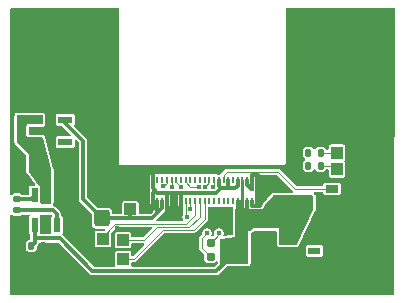
<source format=gbr>
%TF.GenerationSoftware,KiCad,Pcbnew,9.0.0*%
%TF.CreationDate,2025-04-09T13:07:37+02:00*%
%TF.ProjectId,breakoutboard,62726561-6b6f-4757-9462-6f6172642e6b,rev?*%
%TF.SameCoordinates,Original*%
%TF.FileFunction,Copper,L1,Top*%
%TF.FilePolarity,Positive*%
%FSLAX46Y46*%
G04 Gerber Fmt 4.6, Leading zero omitted, Abs format (unit mm)*
G04 Created by KiCad (PCBNEW 9.0.0) date 2025-04-09 13:07:37*
%MOMM*%
%LPD*%
G01*
G04 APERTURE LIST*
G04 Aperture macros list*
%AMRoundRect*
0 Rectangle with rounded corners*
0 $1 Rounding radius*
0 $2 $3 $4 $5 $6 $7 $8 $9 X,Y pos of 4 corners*
0 Add a 4 corners polygon primitive as box body*
4,1,4,$2,$3,$4,$5,$6,$7,$8,$9,$2,$3,0*
0 Add four circle primitives for the rounded corners*
1,1,$1+$1,$2,$3*
1,1,$1+$1,$4,$5*
1,1,$1+$1,$6,$7*
1,1,$1+$1,$8,$9*
0 Add four rect primitives between the rounded corners*
20,1,$1+$1,$2,$3,$4,$5,0*
20,1,$1+$1,$4,$5,$6,$7,0*
20,1,$1+$1,$6,$7,$8,$9,0*
20,1,$1+$1,$8,$9,$2,$3,0*%
G04 Aperture macros list end*
%TA.AperFunction,ComponentPad*%
%ADD10R,1.000000X1.000000*%
%TD*%
%TA.AperFunction,SMDPad,CuDef*%
%ADD11RoundRect,0.135000X-0.135000X-0.185000X0.135000X-0.185000X0.135000X0.185000X-0.135000X0.185000X0*%
%TD*%
%TA.AperFunction,SMDPad,CuDef*%
%ADD12R,1.050000X0.600000*%
%TD*%
%TA.AperFunction,SMDPad,CuDef*%
%ADD13R,1.200000X0.600000*%
%TD*%
%TA.AperFunction,SMDPad,CuDef*%
%ADD14RoundRect,0.160000X0.197500X0.160000X-0.197500X0.160000X-0.197500X-0.160000X0.197500X-0.160000X0*%
%TD*%
%TA.AperFunction,ComponentPad*%
%ADD15C,3.000000*%
%TD*%
%TA.AperFunction,SMDPad,CuDef*%
%ADD16RoundRect,0.140000X-0.140000X-0.170000X0.140000X-0.170000X0.140000X0.170000X-0.140000X0.170000X0*%
%TD*%
%TA.AperFunction,SMDPad,CuDef*%
%ADD17RoundRect,0.250000X0.425000X-0.450000X0.425000X0.450000X-0.425000X0.450000X-0.425000X-0.450000X0*%
%TD*%
%TA.AperFunction,SMDPad,CuDef*%
%ADD18RoundRect,0.225000X-0.225000X-0.250000X0.225000X-0.250000X0.225000X0.250000X-0.225000X0.250000X0*%
%TD*%
%TA.AperFunction,SMDPad,CuDef*%
%ADD19RoundRect,0.140000X0.170000X-0.140000X0.170000X0.140000X-0.170000X0.140000X-0.170000X-0.140000X0*%
%TD*%
%TA.AperFunction,SMDPad,CuDef*%
%ADD20R,0.220000X0.550000*%
%TD*%
%TA.AperFunction,SMDPad,CuDef*%
%ADD21R,0.600000X1.200000*%
%TD*%
%TA.AperFunction,SMDPad,CuDef*%
%ADD22R,1.100000X0.650000*%
%TD*%
%TA.AperFunction,ViaPad*%
%ADD23C,0.400000*%
%TD*%
%TA.AperFunction,Conductor*%
%ADD24C,0.300000*%
%TD*%
%TA.AperFunction,Conductor*%
%ADD25C,0.120000*%
%TD*%
%TA.AperFunction,Conductor*%
%ADD26C,0.250000*%
%TD*%
G04 APERTURE END LIST*
D10*
%TO.P,,1*%
%TO.N,+3.3V*%
X157300000Y-102000000D03*
%TD*%
%TO.P,,1*%
%TO.N,+5V*%
X143900000Y-101600000D03*
%TD*%
D11*
%TO.P,REF\u002A\u002A,1*%
%TO.N,TXO*%
X158990000Y-97900000D03*
%TO.P,REF\u002A\u002A,2*%
%TO.N,txout*%
X160010000Y-97900000D03*
%TD*%
%TO.P,REF\u002A\u002A,1*%
%TO.N,RX0*%
X158990000Y-96800000D03*
%TO.P,REF\u002A\u002A,2*%
%TO.N,rxout*%
X160010000Y-96800000D03*
%TD*%
D10*
%TO.P,,1*%
%TO.N,rxout*%
X161400000Y-96800000D03*
%TD*%
%TO.P,,1*%
%TO.N,txout*%
X161400000Y-98200000D03*
%TD*%
D12*
%TO.P,D1,1,K1*%
%TO.N,+3.3V*%
X157300000Y-104150000D03*
%TO.P,D1,2,K2*%
%TO.N,GND*%
X157300000Y-106050000D03*
%TO.P,D1,3,CA*%
%TO.N,unconnected-(D1-CA-Pad3)*%
X159500000Y-105100000D03*
%TD*%
D13*
%TO.P,IC2,1,VIN*%
%TO.N,Net-(IC1-VOUT)*%
X135900000Y-94000000D03*
%TO.P,IC2,2,GND*%
%TO.N,GND*%
X135900000Y-94950000D03*
%TO.P,IC2,3,ON/~{OFF}*%
%TO.N,Net-(IC1-VOUT)*%
X135900000Y-95900000D03*
%TO.P,IC2,4,NC*%
%TO.N,unconnected-(IC2-NC-Pad4)*%
X138400000Y-95900000D03*
%TO.P,IC2,5,VOUT*%
%TO.N,+5V*%
X138400000Y-94000000D03*
%TD*%
D10*
%TO.P,REF\u002A\u002A,1*%
%TO.N,GPIO3*%
X141600000Y-104100000D03*
%TD*%
D14*
%TO.P,R2,1*%
%TO.N,+3.3V*%
X151897500Y-105600000D03*
%TO.P,R2,2*%
%TO.N,I2C_SDA*%
X150702500Y-105600000D03*
%TD*%
D15*
%TO.P,,1*%
%TO.N,GND*%
X158700000Y-94450000D03*
%TD*%
%TO.P,,1*%
%TO.N,GND*%
X141300000Y-94450000D03*
%TD*%
D16*
%TO.P,C3,1*%
%TO.N,+3.3V*%
X135520000Y-104700000D03*
%TO.P,C3,2*%
%TO.N,GND*%
X136480000Y-104700000D03*
%TD*%
D10*
%TO.P,REF\u002A\u002A,1*%
%TO.N,GPIO2*%
X143300000Y-104200000D03*
%TD*%
D17*
%TO.P,C2,1*%
%TO.N,+5V*%
X141500000Y-102350000D03*
%TO.P,C2,2*%
%TO.N,GND*%
X141500000Y-99650000D03*
%TD*%
D18*
%TO.P,C5,1*%
%TO.N,Net-(IC1-VOUT)*%
X136625000Y-98600000D03*
%TO.P,C5,2*%
%TO.N,GND*%
X138175000Y-98600000D03*
%TD*%
D19*
%TO.P,C4,1*%
%TO.N,Net-(IC1-C-)*%
X134300000Y-101680000D03*
%TO.P,C4,2*%
%TO.N,Net-(IC1-C+)*%
X134300000Y-100720000D03*
%TD*%
D15*
%TO.P,,1*%
%TO.N,GND*%
X158700000Y-87450000D03*
%TD*%
D14*
%TO.P,R1,1*%
%TO.N,+3.3V*%
X151897500Y-104400000D03*
%TO.P,R1,2*%
%TO.N,I2C_SCL*%
X150702500Y-104400000D03*
%TD*%
D20*
%TO.P,J1,1,1*%
%TO.N,+5V*%
X146200000Y-100925000D03*
%TO.P,J1,2,2*%
%TO.N,DAT10*%
X146200000Y-99075000D03*
%TO.P,J1,3,3*%
%TO.N,+5V*%
X146600000Y-100925000D03*
%TO.P,J1,4,4*%
%TO.N,DAT9*%
X146600000Y-99075000D03*
%TO.P,J1,5,5*%
%TO.N,GND*%
X147000000Y-100925000D03*
%TO.P,J1,6,6*%
%TO.N,SPI_CS{slash}DAT14*%
X147000000Y-99075000D03*
%TO.P,J1,7,7*%
%TO.N,GND*%
X147400000Y-100925000D03*
%TO.P,J1,8,8*%
%TO.N,SPI_MOSI{slash}DAT13*%
X147400000Y-99075000D03*
%TO.P,J1,9,9*%
%TO.N,GND*%
X147800000Y-100925000D03*
%TO.P,J1,10,10*%
%TO.N,SPI_CLK{slash}DAT15*%
X147800000Y-99075000D03*
%TO.P,J1,11,11*%
%TO.N,GND*%
X148200000Y-100925000D03*
%TO.P,J1,12,12*%
%TO.N,DAT11*%
X148200000Y-99075000D03*
%TO.P,J1,13,13*%
%TO.N,RX0*%
X148600000Y-100925000D03*
%TO.P,J1,14,14*%
%TO.N,SPI_MISO{slash}DAT12*%
X148600000Y-99075000D03*
%TO.P,J1,15,15*%
%TO.N,TXO*%
X149000000Y-100925000D03*
%TO.P,J1,16,16*%
%TO.N,PIXCLK*%
X149000000Y-99075000D03*
%TO.P,J1,17,17*%
%TO.N,GPIO3*%
X149400000Y-100925000D03*
%TO.P,J1,18,18*%
%TO.N,DAT8*%
X149400000Y-99075000D03*
%TO.P,J1,19,19*%
%TO.N,GPIO2*%
X149800000Y-100925000D03*
%TO.P,J1,20,20*%
%TO.N,VSYNC*%
X149800000Y-99075000D03*
%TO.P,J1,21,21*%
%TO.N,GPIO1*%
X150200000Y-100925000D03*
%TO.P,J1,22,22*%
%TO.N,HSYNC*%
X150200000Y-99075000D03*
%TO.P,J1,23,23*%
%TO.N,unconnected-(J1-Pad23)*%
X150600000Y-100925000D03*
%TO.P,J1,24,24*%
%TO.N,I2C_SDA*%
X150600000Y-99075000D03*
%TO.P,J1,25,25*%
%TO.N,unconnected-(J1-Pad25)*%
X151000000Y-100925000D03*
%TO.P,J1,26,26*%
%TO.N,I2C_SCL*%
X151000000Y-99075000D03*
%TO.P,J1,27,27*%
%TO.N,unconnected-(J1-Pad27)*%
X151400000Y-100925000D03*
%TO.P,J1,28,28*%
%TO.N,GND*%
X151400000Y-99075000D03*
%TO.P,J1,29,29*%
%TO.N,unconnected-(J1-Pad29)*%
X151800000Y-100925000D03*
%TO.P,J1,30,30*%
%TO.N,NRST*%
X151800000Y-99075000D03*
%TO.P,J1,31,31*%
%TO.N,unconnected-(J1-Pad31)*%
X152200000Y-100925000D03*
%TO.P,J1,32,32*%
%TO.N,GND*%
X152200000Y-99075000D03*
%TO.P,J1,33,33*%
%TO.N,unconnected-(J1-Pad33)*%
X152600000Y-100925000D03*
%TO.P,J1,34,34*%
%TO.N,unconnected-(J1-Pad34)*%
X152600000Y-99075000D03*
%TO.P,J1,35,35*%
%TO.N,+3.3V*%
X153000000Y-100925000D03*
%TO.P,J1,36,36*%
%TO.N,GND*%
X153000000Y-99075000D03*
%TO.P,J1,37,37*%
%TO.N,+3.3V*%
X153400000Y-100925000D03*
%TO.P,J1,38,38*%
X153400000Y-99075000D03*
%TO.P,J1,39,39*%
X153800000Y-100925000D03*
%TO.P,J1,40,40*%
%TO.N,GND*%
X153800000Y-99075000D03*
%TO.P,J1,41,MP1*%
X145800000Y-100925000D03*
%TO.P,J1,42,MP2*%
X145800000Y-99075000D03*
%TO.P,J1,43,MP3*%
X154200000Y-100925000D03*
%TO.P,J1,44,MP4*%
X154200000Y-99075000D03*
%TD*%
D21*
%TO.P,IC1,1,VIN*%
%TO.N,+3.3V*%
X135800000Y-102900000D03*
%TO.P,IC1,2,GND*%
%TO.N,GND*%
X136750000Y-102900000D03*
%TO.P,IC1,3,C-*%
%TO.N,Net-(IC1-C-)*%
X137700000Y-102900000D03*
%TO.P,IC1,4,SHDN*%
%TO.N,GND*%
X137700000Y-100400000D03*
%TO.P,IC1,5,VOUT*%
%TO.N,Net-(IC1-VOUT)*%
X136750000Y-100400000D03*
%TO.P,IC1,6,C+*%
%TO.N,Net-(IC1-C+)*%
X135800000Y-100400000D03*
%TD*%
D10*
%TO.P,REF\u002A\u002A,1*%
%TO.N,GPIO1*%
X143300000Y-105800000D03*
%TD*%
D18*
%TO.P,C1,1*%
%TO.N,+3.3V*%
X153325000Y-104000000D03*
%TO.P,C1,2*%
%TO.N,GND*%
X154875000Y-104000000D03*
%TD*%
D22*
%TO.P,IC3,1,GND*%
%TO.N,GND*%
X161000000Y-101750000D03*
%TO.P,IC3,2,~{RESET}*%
%TO.N,NRST*%
X161000000Y-99850000D03*
%TO.P,IC3,3,VCC*%
%TO.N,+3.3V*%
X158800000Y-100800000D03*
%TD*%
D18*
%TO.P,C6,1*%
%TO.N,+3.3V*%
X153325000Y-105500000D03*
%TO.P,C6,2*%
%TO.N,GND*%
X154875000Y-105500000D03*
%TD*%
D15*
%TO.P,,1*%
%TO.N,GND*%
X141300000Y-87450000D03*
%TD*%
D23*
%TO.N,GND*%
X145500000Y-108200000D03*
X144700000Y-108200000D03*
X154300000Y-108200000D03*
X155100000Y-108200000D03*
X155100000Y-106800000D03*
X154300000Y-106800000D03*
X145100000Y-107475000D03*
X154700000Y-107475000D03*
X144900000Y-101700000D03*
X162200000Y-92500000D03*
X161900000Y-89000000D03*
X137700000Y-90100000D03*
X137600000Y-87200000D03*
X160100000Y-95900000D03*
X162400000Y-97400000D03*
X159500000Y-98600000D03*
X158100000Y-99100000D03*
X157500000Y-97500000D03*
%TO.N,TXO*%
X158990000Y-97900000D03*
%TO.N,RX0*%
X158990000Y-96800000D03*
X148700000Y-102200000D03*
%TO.N,TXO*%
X149000000Y-101600000D03*
%TO.N,GND*%
X159900000Y-100400000D03*
X156000000Y-103700000D03*
X153500000Y-106600000D03*
X165900000Y-85000000D03*
X154900000Y-100900000D03*
X165700000Y-108400000D03*
X140200000Y-102200000D03*
X134400000Y-97200000D03*
X146500000Y-107500000D03*
X144300000Y-104800000D03*
X134100000Y-85000000D03*
X138600000Y-106000000D03*
X137200000Y-94900000D03*
X151700000Y-101700000D03*
X140700000Y-107400000D03*
X157500000Y-85000000D03*
X165900000Y-94800000D03*
X134300000Y-102800000D03*
X146100000Y-104900000D03*
X146000000Y-100000000D03*
X139300000Y-99600000D03*
X154200000Y-99900000D03*
X147900000Y-104900000D03*
X161900000Y-85000000D03*
X134400000Y-99400000D03*
X139100000Y-101900000D03*
X142600000Y-85000000D03*
X156900000Y-100000000D03*
X142800000Y-103200000D03*
X141500000Y-98100000D03*
X144600000Y-103400000D03*
X146700000Y-98200000D03*
X138700000Y-100400000D03*
X134100000Y-108500000D03*
X140000000Y-103900000D03*
X165900000Y-98800000D03*
X143600000Y-107300000D03*
X142800000Y-101600000D03*
X145100000Y-100900000D03*
X151100000Y-107300000D03*
X155700000Y-104700000D03*
X143100000Y-99700000D03*
X152400000Y-103600000D03*
X140800000Y-105700000D03*
X162300000Y-101800000D03*
X160600000Y-108400000D03*
X144700000Y-98200000D03*
X137400000Y-104700000D03*
X161100000Y-101000000D03*
X165900000Y-89700000D03*
X156300000Y-108400000D03*
X149500000Y-105800000D03*
X165800000Y-103500000D03*
X142200000Y-105200000D03*
X134500000Y-93200000D03*
X154800000Y-99300000D03*
X160800000Y-102800000D03*
X148800000Y-98200000D03*
X155300000Y-99900000D03*
X146500000Y-102400000D03*
X152200000Y-99800000D03*
X138000000Y-97300000D03*
X145100000Y-99000000D03*
X151600000Y-99800000D03*
%TO.N,+3.3V*%
X153400000Y-103800000D03*
X153400000Y-103100000D03*
%TO.N,I2C_SDA*%
X150400000Y-103600000D03*
X150200000Y-99700000D03*
%TO.N,SPI_CLK{slash}DAT15*%
X148200000Y-99700000D03*
%TO.N,SPI_CS{slash}DAT14*%
X146700000Y-99650002D03*
%TO.N,I2C_SCL*%
X151400000Y-103600000D03*
X150900000Y-99700000D03*
%TO.N,SPI_MISO{slash}DAT12*%
X149700000Y-99700000D03*
%TO.N,SPI_MOSI{slash}DAT13*%
X147400000Y-99700000D03*
%TD*%
D24*
%TO.N,GND*%
X154200000Y-98711000D02*
X154200000Y-99075000D01*
X154711000Y-98711000D02*
X154200000Y-98711000D01*
X154800000Y-98800000D02*
X154711000Y-98711000D01*
X154800000Y-99300000D02*
X154800000Y-98800000D01*
X152200000Y-99800000D02*
X152200000Y-99075000D01*
X152200000Y-99800000D02*
X151600000Y-99800000D01*
X152200000Y-99800000D02*
X152800000Y-99800000D01*
X153000000Y-99600000D02*
X153000000Y-99075000D01*
X152800000Y-99800000D02*
X153000000Y-99600000D01*
%TO.N,+5V*%
X143900000Y-102350000D02*
X141500000Y-102350000D01*
X143900000Y-102350000D02*
X143900000Y-101600000D01*
D25*
%TO.N,NRST*%
X156400000Y-98400000D02*
X157850000Y-99850000D01*
X152080000Y-98400000D02*
X156400000Y-98400000D01*
X157850000Y-99850000D02*
X161000000Y-99850000D01*
X151800000Y-98680000D02*
X152080000Y-98400000D01*
X151800000Y-99075000D02*
X151800000Y-98680000D01*
%TO.N,txout*%
X161100000Y-97900000D02*
X161400000Y-98200000D01*
X160010000Y-97900000D02*
X161100000Y-97900000D01*
%TO.N,rxout*%
X160010000Y-96800000D02*
X161400000Y-96800000D01*
%TO.N,RX0*%
X148600000Y-102100000D02*
X148700000Y-102200000D01*
X148600000Y-100925000D02*
X148600000Y-102100000D01*
%TO.N,TXO*%
X149000000Y-101600000D02*
X149000000Y-100925000D01*
%TO.N,GPIO3*%
X141600000Y-103900000D02*
X141600000Y-104100000D01*
X142300000Y-103200000D02*
X141600000Y-103900000D01*
X148661000Y-102839000D02*
X142650468Y-102839000D01*
X142300000Y-103189468D02*
X142300000Y-103200000D01*
X149400000Y-102100000D02*
X148661000Y-102839000D01*
X149400000Y-100925000D02*
X149400000Y-102100000D01*
X142650468Y-102839000D02*
X142300000Y-103189468D01*
%TO.N,GPIO2*%
X148900000Y-103100000D02*
X149800000Y-102200000D01*
X149800000Y-102200000D02*
X149800000Y-100925000D01*
X146200000Y-103100000D02*
X148900000Y-103100000D01*
X145100000Y-104200000D02*
X146200000Y-103100000D01*
X143300000Y-104200000D02*
X145100000Y-104200000D01*
%TO.N,GPIO1*%
X150200000Y-102400000D02*
X150200000Y-100925000D01*
X149279000Y-103321000D02*
X150200000Y-102400000D01*
X146679000Y-103321000D02*
X149279000Y-103321000D01*
X144200000Y-105800000D02*
X146679000Y-103321000D01*
X143300000Y-105800000D02*
X144200000Y-105800000D01*
D24*
%TO.N,GND*%
X148200000Y-100200000D02*
X151200000Y-100200000D01*
X151200000Y-100200000D02*
X151600000Y-99800000D01*
D25*
%TO.N,I2C_SCL*%
X151000000Y-99600000D02*
X151000000Y-99075000D01*
X150900000Y-99700000D02*
X151000000Y-99600000D01*
%TO.N,I2C_SDA*%
X150600000Y-99300000D02*
X150600000Y-99075000D01*
X150200000Y-99700000D02*
X150600000Y-99300000D01*
%TO.N,SPI_MISO{slash}DAT12*%
X149000000Y-99700000D02*
X148600000Y-99300000D01*
X149700000Y-99700000D02*
X149000000Y-99700000D01*
X148600000Y-99300000D02*
X148600000Y-99075000D01*
D24*
%TO.N,GND*%
X147800000Y-100925000D02*
X147800000Y-100200000D01*
X147800000Y-100200000D02*
X147400000Y-100200000D01*
X147400000Y-100200000D02*
X147000000Y-100200000D01*
X147400000Y-100925000D02*
X147400000Y-100200000D01*
X147000000Y-100925000D02*
X147000000Y-100200000D01*
X147000000Y-100200000D02*
X146200000Y-100200000D01*
X146200000Y-100200000D02*
X146000000Y-100000000D01*
X148200000Y-100200000D02*
X147800000Y-100200000D01*
X148200000Y-100925000D02*
X148200000Y-100200000D01*
D25*
%TO.N,SPI_MOSI{slash}DAT13*%
X147400000Y-99700000D02*
X147400000Y-99075000D01*
%TO.N,SPI_CS{slash}DAT14*%
X147000000Y-99350002D02*
X147000000Y-99075000D01*
X146700000Y-99650002D02*
X147000000Y-99350002D01*
%TO.N,SPI_CLK{slash}DAT15*%
X147800000Y-99300000D02*
X147800000Y-99075000D01*
X148200000Y-99700000D02*
X147800000Y-99300000D01*
D24*
%TO.N,GND*%
X147000000Y-100925000D02*
X147000000Y-101900000D01*
X145800000Y-100925000D02*
X145800000Y-101600000D01*
X145800000Y-100200000D02*
X146000000Y-100000000D01*
X154200000Y-101299000D02*
X154899000Y-101299000D01*
X148200000Y-101700000D02*
X148200000Y-101900000D01*
X148200000Y-100925000D02*
X148200000Y-101700000D01*
X145100000Y-100900000D02*
X145800000Y-101600000D01*
X153800000Y-99075000D02*
X153800000Y-99500000D01*
X145800000Y-99800000D02*
X146000000Y-100000000D01*
X145100000Y-99000000D02*
X145800000Y-98300000D01*
X154899000Y-101299000D02*
X154900000Y-101300000D01*
X145800000Y-100925000D02*
X145800000Y-100200000D01*
X151400000Y-99075000D02*
X151400000Y-99600000D01*
X147800000Y-100925000D02*
X147800000Y-101900000D01*
X154200000Y-99900000D02*
X154200000Y-99075000D01*
X147400000Y-100925000D02*
X147400000Y-101900000D01*
X154200000Y-100925000D02*
X154200000Y-101299000D01*
X151400000Y-99600000D02*
X151600000Y-99800000D01*
X147000000Y-101900000D02*
X148200000Y-101900000D01*
X153800000Y-99500000D02*
X154200000Y-99900000D01*
X154900000Y-101300000D02*
X154900000Y-100900000D01*
X145800000Y-99075000D02*
X145800000Y-99800000D01*
X145800000Y-99075000D02*
X145800000Y-98300000D01*
%TO.N,+5V*%
X146600000Y-100925000D02*
X146600000Y-101500000D01*
X138400000Y-94000000D02*
X138400000Y-94300000D01*
X138400000Y-94300000D02*
X139900000Y-95800000D01*
X146200000Y-101900000D02*
X145750000Y-102350000D01*
X139900000Y-95800000D02*
X139900000Y-100750000D01*
X146200000Y-100925000D02*
X146200000Y-101900000D01*
X145750000Y-102350000D02*
X143900000Y-102350000D01*
X139900000Y-100750000D02*
X141500000Y-102350000D01*
X146600000Y-101500000D02*
X145750000Y-102350000D01*
%TO.N,+3.3V*%
X135800000Y-102900000D02*
X135800000Y-103900000D01*
X137951000Y-104051000D02*
X140700000Y-106800000D01*
X153400000Y-100925000D02*
X153400000Y-102100000D01*
X153000000Y-101700000D02*
X153000000Y-100925000D01*
X135800000Y-103900000D02*
X135800000Y-104420000D01*
X153800000Y-101700000D02*
X153400000Y-102100000D01*
X140700000Y-106800000D02*
X151200000Y-106800000D01*
X151897500Y-106102500D02*
X151897500Y-105600000D01*
D26*
X153400000Y-100925000D02*
X153400000Y-99075000D01*
D24*
X151200000Y-106800000D02*
X151897500Y-106102500D01*
X135951000Y-104051000D02*
X137951000Y-104051000D01*
X153400000Y-102100000D02*
X153000000Y-101700000D01*
X135800000Y-104420000D02*
X135520000Y-104700000D01*
X155200000Y-101700000D02*
X153800000Y-101700000D01*
X135800000Y-103900000D02*
X135951000Y-104051000D01*
X153800000Y-100925000D02*
X153800000Y-101700000D01*
%TO.N,Net-(IC1-C+)*%
X135480000Y-100720000D02*
X135800000Y-100400000D01*
X134300000Y-100720000D02*
X135480000Y-100720000D01*
%TO.N,Net-(IC1-C-)*%
X137700000Y-102000000D02*
X137700000Y-102900000D01*
X137380000Y-101680000D02*
X137700000Y-102000000D01*
X134300000Y-101680000D02*
X137380000Y-101680000D01*
D25*
%TO.N,I2C_SDA*%
X150000000Y-104897500D02*
X150000000Y-104000000D01*
X150000000Y-104000000D02*
X150400000Y-103600000D01*
X150702500Y-105600000D02*
X150000000Y-104897500D01*
%TO.N,I2C_SCL*%
X151400000Y-103702500D02*
X150702500Y-104400000D01*
X151400000Y-103600000D02*
X151400000Y-103702500D01*
%TD*%
%TA.AperFunction,Conductor*%
%TO.N,Net-(IC1-VOUT)*%
G36*
X134447273Y-93600500D02*
G01*
X134552727Y-93600500D01*
X134554593Y-93600000D01*
X136426000Y-93600000D01*
X136478326Y-93621674D01*
X136500000Y-93674000D01*
X136500000Y-94326000D01*
X136478326Y-94378326D01*
X136426000Y-94400000D01*
X135200000Y-94400000D01*
X135200000Y-94436125D01*
X135178326Y-94488451D01*
X135167113Y-94497653D01*
X135155449Y-94505446D01*
X135111133Y-94571767D01*
X135099500Y-94630253D01*
X135099500Y-95269746D01*
X135111133Y-95328232D01*
X135140608Y-95372343D01*
X135155448Y-95394552D01*
X135167113Y-95402346D01*
X135198578Y-95449438D01*
X135200000Y-95463874D01*
X135200000Y-95500000D01*
X136442738Y-95500000D01*
X136495064Y-95521674D01*
X136514370Y-95555429D01*
X137197632Y-98190866D01*
X137200000Y-98209437D01*
X137200000Y-99771536D01*
X137199644Y-99778783D01*
X137199500Y-99780246D01*
X137199500Y-101023384D01*
X137197992Y-101023384D01*
X137182967Y-101072938D01*
X137133021Y-101099643D01*
X137125758Y-101100000D01*
X136374242Y-101100000D01*
X136321916Y-101078326D01*
X136300242Y-101026000D01*
X136300500Y-101020751D01*
X136300500Y-99780253D01*
X136300208Y-99778783D01*
X136288867Y-99721769D01*
X136244552Y-99655448D01*
X136222568Y-99640759D01*
X136172171Y-99607083D01*
X136172659Y-99606351D01*
X136147258Y-99586162D01*
X135313784Y-98419297D01*
X135300000Y-98376285D01*
X135300000Y-96900000D01*
X134321674Y-95921674D01*
X134300000Y-95869348D01*
X134300000Y-93674000D01*
X134321674Y-93621674D01*
X134374000Y-93600000D01*
X134445407Y-93600000D01*
X134447273Y-93600500D01*
G37*
%TD.AperFunction*%
%TD*%
%TA.AperFunction,Conductor*%
%TO.N,+3.3V*%
G36*
X153878326Y-101521674D02*
G01*
X153900000Y-101574000D01*
X153900000Y-102100000D01*
X153900000Y-103400000D01*
X153900000Y-106126000D01*
X153878326Y-106178326D01*
X153826000Y-106200000D01*
X153554593Y-106200000D01*
X153552727Y-106199500D01*
X153447273Y-106199500D01*
X153445407Y-106200000D01*
X151574000Y-106200000D01*
X151521674Y-106178326D01*
X151500000Y-106126000D01*
X151500000Y-104163485D01*
X151521674Y-104111159D01*
X151562746Y-104090346D01*
X152258762Y-103983267D01*
X152289155Y-103984927D01*
X152335975Y-103997472D01*
X152347272Y-104000500D01*
X152347273Y-104000500D01*
X152452726Y-104000500D01*
X152452727Y-104000500D01*
X152554587Y-103973207D01*
X152626275Y-103931817D01*
X152652010Y-103922767D01*
X152800000Y-103900000D01*
X152800000Y-103654593D01*
X152800500Y-103652727D01*
X152800500Y-103547273D01*
X152800000Y-103545406D01*
X152800000Y-101574000D01*
X152821674Y-101521674D01*
X152874000Y-101500000D01*
X153826000Y-101500000D01*
X153878326Y-101521674D01*
G37*
%TD.AperFunction*%
%TD*%
%TA.AperFunction,Conductor*%
%TO.N,GND*%
G36*
X142927826Y-84572174D02*
G01*
X142949500Y-84624500D01*
X142949500Y-97729936D01*
X142972413Y-97785251D01*
X143014749Y-97827587D01*
X143070064Y-97850500D01*
X156929935Y-97850500D01*
X156929936Y-97850500D01*
X156985251Y-97827587D01*
X157027587Y-97785251D01*
X157050500Y-97729936D01*
X157050500Y-96575685D01*
X158519500Y-96575685D01*
X158519500Y-97024314D01*
X158525931Y-97073171D01*
X158525932Y-97073173D01*
X158575935Y-97180404D01*
X158659596Y-97264065D01*
X158700059Y-97282933D01*
X158738322Y-97324690D01*
X158735852Y-97381274D01*
X158700059Y-97417066D01*
X158682882Y-97425076D01*
X158659595Y-97435935D01*
X158575935Y-97519595D01*
X158525931Y-97626828D01*
X158519500Y-97675685D01*
X158519500Y-98124314D01*
X158525931Y-98173171D01*
X158525932Y-98173173D01*
X158575935Y-98280404D01*
X158659596Y-98364065D01*
X158766827Y-98414068D01*
X158815684Y-98420500D01*
X158815686Y-98420500D01*
X159164314Y-98420500D01*
X159164316Y-98420500D01*
X159213173Y-98414068D01*
X159320404Y-98364065D01*
X159404065Y-98280404D01*
X159432933Y-98218495D01*
X159474690Y-98180232D01*
X159531273Y-98182702D01*
X159567067Y-98218496D01*
X159595933Y-98280402D01*
X159595935Y-98280404D01*
X159679596Y-98364065D01*
X159786827Y-98414068D01*
X159835684Y-98420500D01*
X159835686Y-98420500D01*
X160184314Y-98420500D01*
X160184316Y-98420500D01*
X160233173Y-98414068D01*
X160340404Y-98364065D01*
X160424065Y-98280404D01*
X160460054Y-98203226D01*
X160469758Y-98194334D01*
X160474795Y-98182174D01*
X160489821Y-98175949D01*
X160501812Y-98164963D01*
X160527121Y-98160500D01*
X160625500Y-98160500D01*
X160677826Y-98182174D01*
X160699500Y-98234500D01*
X160699500Y-98719748D01*
X160707255Y-98758736D01*
X160711133Y-98778232D01*
X160740608Y-98822343D01*
X160755448Y-98844552D01*
X160799560Y-98874027D01*
X160821767Y-98888866D01*
X160821768Y-98888866D01*
X160821769Y-98888867D01*
X160880252Y-98900500D01*
X160880254Y-98900500D01*
X161919746Y-98900500D01*
X161919748Y-98900500D01*
X161978231Y-98888867D01*
X162044552Y-98844552D01*
X162088867Y-98778231D01*
X162100500Y-98719748D01*
X162100500Y-97680252D01*
X162088867Y-97621769D01*
X162087529Y-97619767D01*
X162061962Y-97581504D01*
X162044552Y-97555448D01*
X162044548Y-97555445D01*
X162041429Y-97552326D01*
X162019755Y-97500000D01*
X162041429Y-97447674D01*
X162044545Y-97444556D01*
X162044552Y-97444552D01*
X162088867Y-97378231D01*
X162100500Y-97319748D01*
X162100500Y-96280252D01*
X162088867Y-96221769D01*
X162087515Y-96219746D01*
X162074027Y-96199560D01*
X162044552Y-96155448D01*
X162022343Y-96140608D01*
X161978232Y-96111133D01*
X161978233Y-96111133D01*
X161948989Y-96105316D01*
X161919748Y-96099500D01*
X160880252Y-96099500D01*
X160851010Y-96105316D01*
X160821767Y-96111133D01*
X160755449Y-96155447D01*
X160755447Y-96155449D01*
X160711133Y-96221767D01*
X160699500Y-96280253D01*
X160699500Y-96465500D01*
X160677826Y-96517826D01*
X160625500Y-96539500D01*
X160527121Y-96539500D01*
X160474795Y-96517826D01*
X160460054Y-96496774D01*
X160452933Y-96481504D01*
X160424065Y-96419596D01*
X160340404Y-96335935D01*
X160233173Y-96285932D01*
X160233171Y-96285931D01*
X160197178Y-96281193D01*
X160184316Y-96279500D01*
X159835684Y-96279500D01*
X159824318Y-96280996D01*
X159786828Y-96285931D01*
X159679595Y-96335935D01*
X159595935Y-96419595D01*
X159595935Y-96419596D01*
X159574530Y-96465500D01*
X159567067Y-96481504D01*
X159525309Y-96519767D01*
X159468726Y-96517297D01*
X159432933Y-96481504D01*
X159404065Y-96419596D01*
X159320404Y-96335935D01*
X159213173Y-96285932D01*
X159213171Y-96285931D01*
X159177178Y-96281193D01*
X159164316Y-96279500D01*
X158815684Y-96279500D01*
X158804318Y-96280996D01*
X158766828Y-96285931D01*
X158659595Y-96335935D01*
X158575935Y-96419595D01*
X158525931Y-96526828D01*
X158519500Y-96575685D01*
X157050500Y-96575685D01*
X157050500Y-84624500D01*
X157072174Y-84572174D01*
X157124500Y-84550500D01*
X166232672Y-84550500D01*
X166284998Y-84572174D01*
X166306672Y-84624500D01*
X166218153Y-106405408D01*
X166208519Y-108775801D01*
X166186633Y-108828038D01*
X166134520Y-108849500D01*
X133824500Y-108849500D01*
X133772174Y-108827826D01*
X133750500Y-108775500D01*
X133750500Y-102100692D01*
X133772174Y-102048366D01*
X133824500Y-102026692D01*
X133876826Y-102048366D01*
X133931684Y-102103224D01*
X134040513Y-102153972D01*
X134090099Y-102160500D01*
X134509900Y-102160499D01*
X134559487Y-102153972D01*
X134668316Y-102103224D01*
X134719366Y-102052174D01*
X134771692Y-102030500D01*
X135301745Y-102030500D01*
X135354071Y-102052174D01*
X135375745Y-102104500D01*
X135357659Y-102148161D01*
X135359497Y-102149389D01*
X135355448Y-102155447D01*
X135355448Y-102155448D01*
X135352073Y-102160499D01*
X135311133Y-102221767D01*
X135311133Y-102221769D01*
X135299500Y-102280252D01*
X135299500Y-103519748D01*
X135305084Y-103547822D01*
X135311133Y-103578232D01*
X135328737Y-103604577D01*
X135355448Y-103644552D01*
X135383985Y-103663620D01*
X135416613Y-103685422D01*
X135448078Y-103732514D01*
X135449500Y-103746950D01*
X135449500Y-104115500D01*
X135427826Y-104167826D01*
X135375502Y-104189500D01*
X135340100Y-104189500D01*
X135290514Y-104196027D01*
X135290512Y-104196028D01*
X135181683Y-104246776D01*
X135096776Y-104331683D01*
X135046027Y-104440514D01*
X135039500Y-104490100D01*
X135039500Y-104909899D01*
X135046027Y-104959485D01*
X135046028Y-104959487D01*
X135096776Y-105068316D01*
X135181684Y-105153224D01*
X135290513Y-105203972D01*
X135340099Y-105210500D01*
X135699900Y-105210499D01*
X135749487Y-105203972D01*
X135858316Y-105153224D01*
X135943224Y-105068316D01*
X135993972Y-104959487D01*
X136000500Y-104909901D01*
X136000499Y-104745833D01*
X136022173Y-104693508D01*
X136022174Y-104693508D01*
X136080464Y-104635218D01*
X136080464Y-104635217D01*
X136080470Y-104635212D01*
X136126614Y-104555288D01*
X136150500Y-104466144D01*
X136150500Y-104466139D01*
X136150540Y-104465841D01*
X136150618Y-104465705D01*
X136151756Y-104461459D01*
X136152893Y-104461763D01*
X136178859Y-104416792D01*
X136223907Y-104401500D01*
X137775166Y-104401500D01*
X137827492Y-104423174D01*
X140484788Y-107080470D01*
X140564712Y-107126614D01*
X140564713Y-107126614D01*
X140564715Y-107126615D01*
X140609284Y-107138557D01*
X140653853Y-107150499D01*
X140653854Y-107150500D01*
X140653856Y-107150500D01*
X151246146Y-107150500D01*
X151246146Y-107150499D01*
X151335288Y-107126614D01*
X151415212Y-107080470D01*
X152068508Y-106427174D01*
X152120834Y-106405500D01*
X153445413Y-106405500D01*
X153447823Y-106405342D01*
X153447827Y-106405408D01*
X153454054Y-106405000D01*
X153545946Y-106405000D01*
X153552172Y-106405408D01*
X153552177Y-106405342D01*
X153554587Y-106405500D01*
X153554593Y-106405500D01*
X153825998Y-106405500D01*
X153826000Y-106405500D01*
X153904641Y-106389857D01*
X153956967Y-106368183D01*
X154015261Y-106331555D01*
X154068183Y-106256967D01*
X154089857Y-106204641D01*
X154105500Y-106126000D01*
X154105500Y-103656903D01*
X154127174Y-103604577D01*
X154157462Y-103586261D01*
X154192440Y-103575349D01*
X154245230Y-103550160D01*
X154443578Y-103417928D01*
X154484626Y-103405500D01*
X156220500Y-103405500D01*
X156272826Y-103427174D01*
X156294500Y-103479500D01*
X156294500Y-104476000D01*
X156299197Y-104519684D01*
X156310407Y-104571215D01*
X156312888Y-104581370D01*
X156312889Y-104581372D01*
X156355899Y-104662083D01*
X156355901Y-104662087D01*
X156369891Y-104678232D01*
X156401655Y-104714889D01*
X156419246Y-104732843D01*
X156499061Y-104777489D01*
X156499062Y-104777489D01*
X156499063Y-104777490D01*
X156508469Y-104780252D01*
X156566098Y-104797174D01*
X156566099Y-104797174D01*
X156566102Y-104797175D01*
X156624000Y-104805500D01*
X156624004Y-104805500D01*
X157921032Y-104805500D01*
X157978109Y-104797413D01*
X157978110Y-104797412D01*
X157978115Y-104797412D01*
X158037454Y-104780253D01*
X158774500Y-104780253D01*
X158774500Y-105419746D01*
X158786133Y-105478232D01*
X158815608Y-105522343D01*
X158830448Y-105544552D01*
X158874560Y-105574027D01*
X158896767Y-105588866D01*
X158896768Y-105588866D01*
X158896769Y-105588867D01*
X158955252Y-105600500D01*
X158955254Y-105600500D01*
X160044746Y-105600500D01*
X160044748Y-105600500D01*
X160103231Y-105588867D01*
X160169552Y-105544552D01*
X160213867Y-105478231D01*
X160225500Y-105419748D01*
X160225500Y-104780252D01*
X160213867Y-104721769D01*
X160212515Y-104719746D01*
X160184775Y-104678231D01*
X160169552Y-104655448D01*
X160139263Y-104635209D01*
X160103232Y-104611133D01*
X160103233Y-104611133D01*
X160073989Y-104605316D01*
X160044748Y-104599500D01*
X158955252Y-104599500D01*
X158926010Y-104605316D01*
X158896767Y-104611133D01*
X158830449Y-104655447D01*
X158830447Y-104655449D01*
X158786133Y-104721767D01*
X158781601Y-104744552D01*
X158775050Y-104777490D01*
X158774500Y-104780253D01*
X158037454Y-104780253D01*
X158044294Y-104778275D01*
X158067188Y-104770160D01*
X158141401Y-104716712D01*
X158187589Y-104664287D01*
X158219617Y-104615341D01*
X159574588Y-101711830D01*
X159588990Y-101669434D01*
X159600623Y-101616996D01*
X159605500Y-101572489D01*
X159605500Y-100524000D01*
X159600803Y-100480316D01*
X159589597Y-100428805D01*
X159589592Y-100428784D01*
X159587111Y-100418629D01*
X159587110Y-100418627D01*
X159544100Y-100337915D01*
X159544098Y-100337913D01*
X159544098Y-100337912D01*
X159498348Y-100285115D01*
X159498345Y-100285111D01*
X159480754Y-100267157D01*
X159448441Y-100249082D01*
X159413356Y-100204622D01*
X159419985Y-100148374D01*
X159464446Y-100113288D01*
X159484568Y-100110500D01*
X160175500Y-100110500D01*
X160227826Y-100132174D01*
X160249500Y-100184500D01*
X160249500Y-100194748D01*
X160249925Y-100196883D01*
X160261133Y-100253232D01*
X160289377Y-100295500D01*
X160305448Y-100319552D01*
X160347762Y-100347826D01*
X160371767Y-100363866D01*
X160371768Y-100363866D01*
X160371769Y-100363867D01*
X160430252Y-100375500D01*
X160430254Y-100375500D01*
X161569746Y-100375500D01*
X161569748Y-100375500D01*
X161628231Y-100363867D01*
X161694552Y-100319552D01*
X161738867Y-100253231D01*
X161750500Y-100194748D01*
X161750500Y-99505252D01*
X161738867Y-99446769D01*
X161694552Y-99380448D01*
X161672343Y-99365608D01*
X161628232Y-99336133D01*
X161628233Y-99336133D01*
X161598989Y-99330316D01*
X161569748Y-99324500D01*
X160430252Y-99324500D01*
X160401010Y-99330316D01*
X160371767Y-99336133D01*
X160305449Y-99380447D01*
X160305447Y-99380449D01*
X160261133Y-99446767D01*
X160249500Y-99505253D01*
X160249500Y-99515500D01*
X160227826Y-99567826D01*
X160175500Y-99589500D01*
X157988555Y-99589500D01*
X157936229Y-99567826D01*
X156547562Y-98179160D01*
X156547560Y-98179158D01*
X156491475Y-98155927D01*
X156451817Y-98139500D01*
X152131817Y-98139500D01*
X152028183Y-98139500D01*
X151932441Y-98179156D01*
X151932438Y-98179158D01*
X151652439Y-98459159D01*
X151579158Y-98532440D01*
X151539499Y-98628184D01*
X151538078Y-98635332D01*
X151535820Y-98634882D01*
X151517826Y-98678326D01*
X151465500Y-98700000D01*
X151323874Y-98700000D01*
X151271548Y-98678326D01*
X151262346Y-98667113D01*
X151254552Y-98655448D01*
X151224447Y-98635332D01*
X151188232Y-98611133D01*
X151188233Y-98611133D01*
X151158989Y-98605316D01*
X151129748Y-98599500D01*
X150870252Y-98599500D01*
X150814436Y-98610602D01*
X150785564Y-98610602D01*
X150729748Y-98599500D01*
X150470252Y-98599500D01*
X150414436Y-98610602D01*
X150385564Y-98610602D01*
X150329748Y-98599500D01*
X150070252Y-98599500D01*
X150014436Y-98610602D01*
X149985564Y-98610602D01*
X149929748Y-98599500D01*
X149670252Y-98599500D01*
X149614436Y-98610602D01*
X149585564Y-98610602D01*
X149529748Y-98599500D01*
X149270252Y-98599500D01*
X149214436Y-98610602D01*
X149185564Y-98610602D01*
X149129748Y-98599500D01*
X148870252Y-98599500D01*
X148814436Y-98610602D01*
X148785564Y-98610602D01*
X148729748Y-98599500D01*
X148470252Y-98599500D01*
X148414436Y-98610602D01*
X148385564Y-98610602D01*
X148329748Y-98599500D01*
X148070252Y-98599500D01*
X148014436Y-98610602D01*
X147985564Y-98610602D01*
X147929748Y-98599500D01*
X147670252Y-98599500D01*
X147614436Y-98610602D01*
X147585564Y-98610602D01*
X147529748Y-98599500D01*
X147270252Y-98599500D01*
X147214436Y-98610602D01*
X147185564Y-98610602D01*
X147129748Y-98599500D01*
X146870252Y-98599500D01*
X146814436Y-98610602D01*
X146785564Y-98610602D01*
X146729748Y-98599500D01*
X146470252Y-98599500D01*
X146414436Y-98610602D01*
X146385564Y-98610602D01*
X146329748Y-98599500D01*
X146070252Y-98599500D01*
X146041010Y-98605316D01*
X146011767Y-98611133D01*
X145945449Y-98655447D01*
X145945448Y-98655448D01*
X145939501Y-98664349D01*
X145937654Y-98667113D01*
X145890562Y-98698578D01*
X145876126Y-98700000D01*
X145600000Y-98700000D01*
X145600000Y-101300000D01*
X145775500Y-101300000D01*
X145827826Y-101321674D01*
X145849500Y-101374000D01*
X145849500Y-101724166D01*
X145827826Y-101776492D01*
X145626492Y-101977826D01*
X145574166Y-101999500D01*
X144674500Y-101999500D01*
X144622174Y-101977826D01*
X144600500Y-101925500D01*
X144600500Y-101080253D01*
X144597384Y-101064586D01*
X144588867Y-101021769D01*
X144544552Y-100955448D01*
X144522343Y-100940608D01*
X144478232Y-100911133D01*
X144478233Y-100911133D01*
X144448989Y-100905316D01*
X144419748Y-100899500D01*
X143380252Y-100899500D01*
X143351010Y-100905316D01*
X143321767Y-100911133D01*
X143255449Y-100955447D01*
X143255447Y-100955449D01*
X143211133Y-101021767D01*
X143199500Y-101080253D01*
X143199500Y-101925500D01*
X143177826Y-101977826D01*
X143125500Y-101999500D01*
X142449500Y-101999500D01*
X142397174Y-101977826D01*
X142375500Y-101925500D01*
X142375500Y-101845740D01*
X142375500Y-101845734D01*
X142372646Y-101815301D01*
X142327793Y-101687118D01*
X142314742Y-101669434D01*
X142247153Y-101577853D01*
X142247146Y-101577846D01*
X142137883Y-101497207D01*
X142137881Y-101497206D01*
X142009704Y-101452355D01*
X142009705Y-101452355D01*
X142009700Y-101452354D01*
X142009699Y-101452354D01*
X141979266Y-101449500D01*
X141979260Y-101449500D01*
X141125834Y-101449500D01*
X141073508Y-101427826D01*
X140272174Y-100626492D01*
X140250500Y-100574166D01*
X140250500Y-95753854D01*
X140250499Y-95753853D01*
X140226615Y-95664715D01*
X140226613Y-95664710D01*
X140180471Y-95584791D01*
X140180470Y-95584790D01*
X140180469Y-95584788D01*
X140115212Y-95519531D01*
X139144717Y-94549035D01*
X139123044Y-94496711D01*
X139141784Y-94451468D01*
X139140503Y-94450612D01*
X139188866Y-94378232D01*
X139188865Y-94378232D01*
X139188867Y-94378231D01*
X139200500Y-94319748D01*
X139200500Y-93680252D01*
X139188867Y-93621769D01*
X139144552Y-93555448D01*
X139122343Y-93540608D01*
X139078232Y-93511133D01*
X139078233Y-93511133D01*
X139048989Y-93505316D01*
X139019748Y-93499500D01*
X137780252Y-93499500D01*
X137751010Y-93505316D01*
X137721767Y-93511133D01*
X137655449Y-93555447D01*
X137655447Y-93555449D01*
X137611133Y-93621767D01*
X137611133Y-93621769D01*
X137599500Y-93680252D01*
X137599500Y-94319748D01*
X137600744Y-94326000D01*
X137611133Y-94378232D01*
X137640608Y-94422343D01*
X137655448Y-94444552D01*
X137699560Y-94474027D01*
X137721767Y-94488866D01*
X137721768Y-94488866D01*
X137721769Y-94488867D01*
X137780252Y-94500500D01*
X138074167Y-94500500D01*
X138126491Y-94522173D01*
X138824819Y-95220500D01*
X138877493Y-95273174D01*
X138899167Y-95325500D01*
X138877493Y-95377826D01*
X138825167Y-95399500D01*
X137780252Y-95399500D01*
X137751010Y-95405316D01*
X137721767Y-95411133D01*
X137655449Y-95455447D01*
X137655447Y-95455449D01*
X137611133Y-95521767D01*
X137599500Y-95580253D01*
X137599500Y-96219746D01*
X137611133Y-96278232D01*
X137640608Y-96322343D01*
X137655448Y-96344552D01*
X137699560Y-96374027D01*
X137721767Y-96388866D01*
X137721768Y-96388866D01*
X137721769Y-96388867D01*
X137780252Y-96400500D01*
X137780254Y-96400500D01*
X139019746Y-96400500D01*
X139019748Y-96400500D01*
X139078231Y-96388867D01*
X139144552Y-96344552D01*
X139188867Y-96278231D01*
X139200500Y-96219748D01*
X139200500Y-95774833D01*
X139222174Y-95722507D01*
X139274500Y-95700833D01*
X139326826Y-95722507D01*
X139527826Y-95923507D01*
X139549500Y-95975833D01*
X139549500Y-100796146D01*
X139571661Y-100878850D01*
X139571661Y-100878852D01*
X139571662Y-100878852D01*
X139571663Y-100878856D01*
X139573386Y-100885288D01*
X139588308Y-100911133D01*
X139619530Y-100965212D01*
X140602826Y-101948508D01*
X140624500Y-102000834D01*
X140624500Y-102854266D01*
X140627354Y-102884699D01*
X140627354Y-102884701D01*
X140627355Y-102884704D01*
X140672206Y-103012881D01*
X140672207Y-103012883D01*
X140752846Y-103122146D01*
X140752853Y-103122153D01*
X140862116Y-103202792D01*
X140862118Y-103202793D01*
X140990295Y-103247644D01*
X140990301Y-103247646D01*
X141020734Y-103250500D01*
X141702446Y-103250500D01*
X141754772Y-103272174D01*
X141776446Y-103324500D01*
X141754772Y-103376826D01*
X141753772Y-103377826D01*
X141701446Y-103399500D01*
X141080252Y-103399500D01*
X141051010Y-103405316D01*
X141021767Y-103411133D01*
X140955449Y-103455447D01*
X140955447Y-103455449D01*
X140911133Y-103521767D01*
X140905951Y-103547822D01*
X140899500Y-103580252D01*
X140899500Y-104619748D01*
X140902576Y-104635212D01*
X140911133Y-104678232D01*
X140935624Y-104714884D01*
X140955448Y-104744552D01*
X140997087Y-104772375D01*
X141021767Y-104788866D01*
X141021768Y-104788866D01*
X141021769Y-104788867D01*
X141080252Y-104800500D01*
X141080254Y-104800500D01*
X142119746Y-104800500D01*
X142119748Y-104800500D01*
X142178231Y-104788867D01*
X142244552Y-104744552D01*
X142288867Y-104678231D01*
X142300500Y-104619748D01*
X142300500Y-103598554D01*
X142322174Y-103546228D01*
X142388902Y-103479500D01*
X142520841Y-103347562D01*
X142522653Y-103343185D01*
X142538693Y-103319175D01*
X142736697Y-103121174D01*
X142789023Y-103099500D01*
X145653445Y-103099500D01*
X145705771Y-103121174D01*
X145727445Y-103173500D01*
X145705771Y-103225826D01*
X145013772Y-103917826D01*
X144961446Y-103939500D01*
X144074500Y-103939500D01*
X144022174Y-103917826D01*
X144000500Y-103865500D01*
X144000500Y-103680253D01*
X143999660Y-103676029D01*
X143988867Y-103621769D01*
X143977379Y-103604577D01*
X143964557Y-103585387D01*
X143944552Y-103555448D01*
X143894146Y-103521767D01*
X143878232Y-103511133D01*
X143878233Y-103511133D01*
X143848989Y-103505316D01*
X143819748Y-103499500D01*
X142780252Y-103499500D01*
X142751010Y-103505316D01*
X142721767Y-103511133D01*
X142655449Y-103555447D01*
X142655447Y-103555449D01*
X142611133Y-103621767D01*
X142605085Y-103652176D01*
X142599500Y-103680252D01*
X142599500Y-104719748D01*
X142604434Y-104744552D01*
X142611133Y-104778232D01*
X142623950Y-104797413D01*
X142655448Y-104844552D01*
X142699560Y-104874027D01*
X142721767Y-104888866D01*
X142721768Y-104888866D01*
X142721769Y-104888867D01*
X142780252Y-104900500D01*
X142780254Y-104900500D01*
X143819746Y-104900500D01*
X143819748Y-104900500D01*
X143878231Y-104888867D01*
X143944552Y-104844552D01*
X143988867Y-104778231D01*
X144000500Y-104719748D01*
X144000500Y-104534500D01*
X144022174Y-104482174D01*
X144074500Y-104460500D01*
X144992445Y-104460500D01*
X145044771Y-104482174D01*
X145066445Y-104534500D01*
X145044771Y-104586826D01*
X144126826Y-105504771D01*
X144074500Y-105526445D01*
X144022174Y-105504771D01*
X144000500Y-105452445D01*
X144000500Y-105280253D01*
X144000500Y-105280252D01*
X143988867Y-105221769D01*
X143944552Y-105155448D01*
X143922343Y-105140608D01*
X143878232Y-105111133D01*
X143878233Y-105111133D01*
X143848989Y-105105316D01*
X143819748Y-105099500D01*
X142780252Y-105099500D01*
X142751010Y-105105316D01*
X142721767Y-105111133D01*
X142655449Y-105155447D01*
X142655447Y-105155449D01*
X142611133Y-105221767D01*
X142599500Y-105280253D01*
X142599500Y-106319747D01*
X142607718Y-106361064D01*
X142596668Y-106416613D01*
X142549576Y-106448078D01*
X142535140Y-106449500D01*
X140875834Y-106449500D01*
X140823508Y-106427826D01*
X138166211Y-103770529D01*
X138156128Y-103764707D01*
X138121652Y-103719772D01*
X138129047Y-103663620D01*
X138140808Y-103648294D01*
X138144545Y-103644556D01*
X138144552Y-103644552D01*
X138188867Y-103578231D01*
X138200500Y-103519748D01*
X138200500Y-102280252D01*
X138188867Y-102221769D01*
X138144552Y-102155448D01*
X138083387Y-102114578D01*
X138051922Y-102067486D01*
X138050500Y-102053050D01*
X138050500Y-101953854D01*
X138050499Y-101953853D01*
X138026615Y-101864715D01*
X138026613Y-101864710D01*
X137980471Y-101784791D01*
X137980470Y-101784790D01*
X137980469Y-101784788D01*
X137915212Y-101719531D01*
X137595212Y-101399530D01*
X137593532Y-101398560D01*
X137515289Y-101353386D01*
X137515284Y-101353384D01*
X137426146Y-101329500D01*
X137426144Y-101329500D01*
X137394502Y-101329500D01*
X137342176Y-101307826D01*
X137320502Y-101255500D01*
X137333730Y-101220067D01*
X137330665Y-101218317D01*
X137334279Y-101211988D01*
X137379626Y-101132566D01*
X137394651Y-101083012D01*
X137400238Y-101064586D01*
X137398520Y-101051772D01*
X137405000Y-101023384D01*
X137405000Y-99788564D01*
X137405089Y-99784938D01*
X137405101Y-99784691D01*
X137405252Y-99781619D01*
X137405500Y-99771536D01*
X137405500Y-98209437D01*
X137405500Y-98209428D01*
X137404541Y-98194334D01*
X137403849Y-98183444D01*
X137401481Y-98164873D01*
X137396555Y-98139293D01*
X136713293Y-95503856D01*
X136692758Y-95453412D01*
X136692758Y-95453411D01*
X136692755Y-95453406D01*
X136692754Y-95453403D01*
X136673448Y-95419648D01*
X136648293Y-95384739D01*
X136648291Y-95384737D01*
X136648290Y-95384736D01*
X136573704Y-95331816D01*
X136521383Y-95310144D01*
X136521373Y-95310141D01*
X136468712Y-95299666D01*
X136442738Y-95294500D01*
X136442736Y-95294500D01*
X135379000Y-95294500D01*
X135326674Y-95272826D01*
X135305000Y-95220500D01*
X135305000Y-94679727D01*
X135318766Y-94636740D01*
X135318928Y-94636513D01*
X135366966Y-94606512D01*
X135379162Y-94605500D01*
X136425998Y-94605500D01*
X136426000Y-94605500D01*
X136504641Y-94589857D01*
X136556967Y-94568183D01*
X136615261Y-94531555D01*
X136668183Y-94456967D01*
X136689857Y-94404641D01*
X136705500Y-94326000D01*
X136705500Y-93674000D01*
X136689857Y-93595359D01*
X136673326Y-93555449D01*
X136668185Y-93543037D01*
X136668183Y-93543035D01*
X136668183Y-93543033D01*
X136631555Y-93484739D01*
X136556967Y-93431817D01*
X136556966Y-93431816D01*
X136504645Y-93410144D01*
X136504635Y-93410141D01*
X136451974Y-93399666D01*
X136426000Y-93394500D01*
X134554593Y-93394500D01*
X134554587Y-93394500D01*
X134552177Y-93394658D01*
X134552172Y-93394591D01*
X134545946Y-93395000D01*
X134454054Y-93395000D01*
X134447827Y-93394591D01*
X134447823Y-93394658D01*
X134445413Y-93394500D01*
X134445407Y-93394500D01*
X134374000Y-93394500D01*
X134351707Y-93398934D01*
X134295364Y-93410141D01*
X134295354Y-93410144D01*
X134243037Y-93431814D01*
X134184739Y-93468445D01*
X134184737Y-93468447D01*
X134131816Y-93543033D01*
X134110144Y-93595354D01*
X134110141Y-93595364D01*
X134094500Y-93674001D01*
X134094500Y-95869346D01*
X134110141Y-95947983D01*
X134110144Y-95947993D01*
X134131815Y-96000312D01*
X134131816Y-96000314D01*
X134131817Y-96000315D01*
X134176364Y-96066984D01*
X135072826Y-96963446D01*
X135094500Y-97015771D01*
X135094500Y-98376284D01*
X135104302Y-98438996D01*
X135104303Y-98439002D01*
X135118087Y-98482013D01*
X135146558Y-98538734D01*
X135146559Y-98538737D01*
X135820666Y-99482488D01*
X135833443Y-99537666D01*
X135803462Y-99585716D01*
X135760450Y-99599500D01*
X135480252Y-99599500D01*
X135451010Y-99605316D01*
X135421767Y-99611133D01*
X135355449Y-99655447D01*
X135355447Y-99655449D01*
X135311133Y-99721767D01*
X135299500Y-99780253D01*
X135299500Y-100295500D01*
X135277826Y-100347826D01*
X135225500Y-100369500D01*
X134771692Y-100369500D01*
X134719366Y-100347826D01*
X134668316Y-100296776D01*
X134643300Y-100285111D01*
X134559487Y-100246028D01*
X134559485Y-100246027D01*
X134522955Y-100241218D01*
X134509901Y-100239500D01*
X134509899Y-100239500D01*
X134090100Y-100239500D01*
X134040514Y-100246027D01*
X134040512Y-100246028D01*
X133931683Y-100296776D01*
X133876826Y-100351634D01*
X133824500Y-100373308D01*
X133772174Y-100351634D01*
X133750500Y-100299308D01*
X133750500Y-84624500D01*
X133772174Y-84572174D01*
X133824500Y-84550500D01*
X142875500Y-84550500D01*
X142927826Y-84572174D01*
G37*
%TD.AperFunction*%
%TA.AperFunction,Conductor*%
G36*
X152411541Y-101388714D02*
G01*
X152411769Y-101388867D01*
X152470252Y-101400500D01*
X152542464Y-101400500D01*
X152545775Y-101400798D01*
X152568138Y-101412511D01*
X152591467Y-101422174D01*
X152592818Y-101425437D01*
X152595947Y-101427076D01*
X152603478Y-101451171D01*
X152613141Y-101474500D01*
X152611789Y-101477763D01*
X152612843Y-101481134D01*
X152610771Y-101491777D01*
X152610852Y-101491794D01*
X152594500Y-101574000D01*
X152594500Y-103545409D01*
X152594658Y-103547818D01*
X152594591Y-103547822D01*
X152595000Y-103554051D01*
X152595000Y-103645947D01*
X152594592Y-103652176D01*
X152594658Y-103652181D01*
X152594500Y-103654589D01*
X152594500Y-103673795D01*
X152572826Y-103726121D01*
X152551408Y-103741031D01*
X152523527Y-103753847D01*
X152483700Y-103776841D01*
X152465856Y-103784232D01*
X152451576Y-103788058D01*
X152435082Y-103792478D01*
X152415931Y-103795000D01*
X152384072Y-103795000D01*
X152364920Y-103792479D01*
X152364916Y-103792478D01*
X152342341Y-103786429D01*
X152342340Y-103786428D01*
X152342337Y-103786428D01*
X152300366Y-103779733D01*
X152288204Y-103779069D01*
X152269969Y-103778073D01*
X152269965Y-103778073D01*
X152269963Y-103778073D01*
X152227519Y-103780156D01*
X151858608Y-103836911D01*
X151803595Y-103823445D01*
X151774216Y-103775023D01*
X151775878Y-103744618D01*
X151781299Y-103724386D01*
X151800499Y-103652729D01*
X151800500Y-103652729D01*
X151800500Y-103547271D01*
X151800499Y-103547270D01*
X151800000Y-103545409D01*
X151773207Y-103445413D01*
X151720480Y-103354087D01*
X151645913Y-103279520D01*
X151590702Y-103247644D01*
X151554591Y-103226795D01*
X151554582Y-103226791D01*
X151452729Y-103199500D01*
X151452727Y-103199500D01*
X151347273Y-103199500D01*
X151347271Y-103199500D01*
X151245417Y-103226791D01*
X151245408Y-103226795D01*
X151154086Y-103279520D01*
X151079520Y-103354086D01*
X151026795Y-103445408D01*
X151026791Y-103445417D01*
X150999500Y-103547270D01*
X150999500Y-103652727D01*
X151005743Y-103676029D01*
X151004437Y-103685942D01*
X151008264Y-103695180D01*
X151000871Y-103713028D01*
X150998349Y-103732182D01*
X150986590Y-103747506D01*
X150888847Y-103845249D01*
X150836521Y-103866923D01*
X150784195Y-103845249D01*
X150762521Y-103792923D01*
X150771568Y-103759163D01*
X150771349Y-103759072D01*
X150772040Y-103757401D01*
X150772438Y-103755918D01*
X150773207Y-103754587D01*
X150800499Y-103652729D01*
X150800500Y-103652729D01*
X150800500Y-103547271D01*
X150800499Y-103547270D01*
X150800000Y-103545409D01*
X150773207Y-103445413D01*
X150720480Y-103354087D01*
X150645913Y-103279520D01*
X150590702Y-103247644D01*
X150554591Y-103226795D01*
X150554582Y-103226791D01*
X150452729Y-103199500D01*
X150452727Y-103199500D01*
X150347273Y-103199500D01*
X150347271Y-103199500D01*
X150245417Y-103226791D01*
X150245408Y-103226795D01*
X150154086Y-103279520D01*
X150079520Y-103354086D01*
X150026795Y-103445408D01*
X150026791Y-103445417D01*
X149999500Y-103547270D01*
X149999500Y-103601446D01*
X149977826Y-103653772D01*
X149779158Y-103852440D01*
X149752074Y-103917826D01*
X149739500Y-103948183D01*
X149739500Y-104845683D01*
X149739500Y-104949317D01*
X149779159Y-105045061D01*
X149954122Y-105220024D01*
X150122826Y-105388728D01*
X150144500Y-105441054D01*
X150144500Y-105794214D01*
X150154707Y-105864280D01*
X150154708Y-105864284D01*
X150154709Y-105864286D01*
X150207551Y-105972375D01*
X150292625Y-106057449D01*
X150400714Y-106110291D01*
X150470785Y-106120500D01*
X150934214Y-106120499D01*
X151004280Y-106110292D01*
X151004281Y-106110291D01*
X151004286Y-106110291D01*
X151112375Y-106057449D01*
X151168174Y-106001650D01*
X151192295Y-105991658D01*
X151215720Y-105980131D01*
X151218138Y-105980954D01*
X151220500Y-105979976D01*
X151244620Y-105989967D01*
X151269337Y-105998379D01*
X151270354Y-106000626D01*
X151272826Y-106001650D01*
X151294345Y-106049196D01*
X151294500Y-106051590D01*
X151294500Y-106126000D01*
X151301640Y-106161897D01*
X151301956Y-106166773D01*
X151294284Y-106189314D01*
X151289639Y-106212666D01*
X151283996Y-106219541D01*
X151283708Y-106220390D01*
X151283024Y-106220726D01*
X151280437Y-106223879D01*
X151076492Y-106427826D01*
X151024166Y-106449500D01*
X144064860Y-106449500D01*
X144012534Y-106427826D01*
X143990860Y-106375500D01*
X143992282Y-106361064D01*
X144000500Y-106319747D01*
X144000500Y-106134500D01*
X144022174Y-106082174D01*
X144074500Y-106060500D01*
X144251815Y-106060500D01*
X144251817Y-106060500D01*
X144347561Y-106020841D01*
X146765228Y-103603174D01*
X146817554Y-103581500D01*
X149330815Y-103581500D01*
X149330817Y-103581500D01*
X149426561Y-103541841D01*
X150420842Y-102547561D01*
X150460500Y-102451817D01*
X150460500Y-102348183D01*
X150460500Y-101474500D01*
X150482174Y-101422174D01*
X150534500Y-101400500D01*
X150729746Y-101400500D01*
X150729748Y-101400500D01*
X150785567Y-101389397D01*
X150814433Y-101389397D01*
X150870252Y-101400500D01*
X150870254Y-101400500D01*
X151129746Y-101400500D01*
X151129748Y-101400500D01*
X151185567Y-101389397D01*
X151214433Y-101389397D01*
X151270252Y-101400500D01*
X151270254Y-101400500D01*
X151529746Y-101400500D01*
X151529748Y-101400500D01*
X151585567Y-101389397D01*
X151614433Y-101389397D01*
X151670252Y-101400500D01*
X151670254Y-101400500D01*
X151929746Y-101400500D01*
X151929748Y-101400500D01*
X151985567Y-101389397D01*
X152014433Y-101389397D01*
X152070252Y-101400500D01*
X152070254Y-101400500D01*
X152329746Y-101400500D01*
X152329748Y-101400500D01*
X152385567Y-101389397D01*
X152403038Y-101389397D01*
X152406634Y-101388273D01*
X152411541Y-101388714D01*
G37*
%TD.AperFunction*%
%TA.AperFunction,Conductor*%
G36*
X137254071Y-102052174D02*
G01*
X137275745Y-102104500D01*
X137257659Y-102148161D01*
X137259497Y-102149389D01*
X137255448Y-102155447D01*
X137255448Y-102155448D01*
X137252073Y-102160499D01*
X137211133Y-102221767D01*
X137211133Y-102221769D01*
X137199500Y-102280252D01*
X137199500Y-103519748D01*
X137205084Y-103547822D01*
X137211133Y-103578232D01*
X137215914Y-103585387D01*
X137226964Y-103640935D01*
X137195499Y-103688028D01*
X137154386Y-103700500D01*
X136345614Y-103700500D01*
X136293288Y-103678826D01*
X136271614Y-103626500D01*
X136284086Y-103585387D01*
X136288866Y-103578232D01*
X136288865Y-103578232D01*
X136288867Y-103578231D01*
X136300500Y-103519748D01*
X136300500Y-102280252D01*
X136288867Y-102221769D01*
X136244552Y-102155448D01*
X136244551Y-102155447D01*
X136240503Y-102149389D01*
X136242340Y-102148161D01*
X136224255Y-102104500D01*
X136245929Y-102052174D01*
X136298255Y-102030500D01*
X137201745Y-102030500D01*
X137254071Y-102052174D01*
G37*
%TD.AperFunction*%
%TA.AperFunction,Conductor*%
G36*
X148317826Y-101321674D02*
G01*
X148339500Y-101374000D01*
X148339500Y-102003575D01*
X148329588Y-102040571D01*
X148326795Y-102045408D01*
X148326791Y-102045417D01*
X148299500Y-102147270D01*
X148299500Y-102252729D01*
X148326791Y-102354582D01*
X148326795Y-102354591D01*
X148379520Y-102445913D01*
X148385781Y-102452174D01*
X148407455Y-102504500D01*
X148385781Y-102556826D01*
X148333455Y-102578500D01*
X146195834Y-102578500D01*
X146143508Y-102556826D01*
X146121834Y-102504500D01*
X146143508Y-102452174D01*
X146496182Y-102099500D01*
X146880470Y-101715212D01*
X146926614Y-101635288D01*
X146942004Y-101577853D01*
X146943036Y-101574001D01*
X146950500Y-101546143D01*
X146950500Y-101374000D01*
X146972174Y-101321674D01*
X147024500Y-101300000D01*
X148265500Y-101300000D01*
X148317826Y-101321674D01*
G37*
%TD.AperFunction*%
%TA.AperFunction,Conductor*%
G36*
X156313772Y-98682174D02*
G01*
X157699771Y-100068174D01*
X157721445Y-100120500D01*
X157699771Y-100172826D01*
X157647445Y-100194500D01*
X156954587Y-100194500D01*
X156952177Y-100194658D01*
X156952172Y-100194591D01*
X156945946Y-100195000D01*
X156854054Y-100195000D01*
X156847827Y-100194591D01*
X156847823Y-100194658D01*
X156845413Y-100194500D01*
X156845407Y-100194500D01*
X156058078Y-100194500D01*
X156058061Y-100194500D01*
X156026881Y-100196882D01*
X155989652Y-100202601D01*
X155906448Y-100235011D01*
X155848417Y-100273903D01*
X155848410Y-100273908D01*
X155804947Y-100313059D01*
X155121376Y-101133345D01*
X155113537Y-101143367D01*
X155104488Y-101155701D01*
X155073011Y-101219352D01*
X155062373Y-101255578D01*
X155062355Y-101255639D01*
X155059589Y-101265028D01*
X155059435Y-101265218D01*
X155058613Y-101268285D01*
X155058150Y-101269934D01*
X155053954Y-101284248D01*
X155053944Y-101284283D01*
X155050400Y-101296351D01*
X155014860Y-101340450D01*
X154979398Y-101349500D01*
X154574000Y-101349500D01*
X154521674Y-101327826D01*
X154500000Y-101275500D01*
X154500000Y-98734500D01*
X154521674Y-98682174D01*
X154574000Y-98660500D01*
X156261446Y-98660500D01*
X156313772Y-98682174D01*
G37*
%TD.AperFunction*%
%TD*%
%TA.AperFunction,Conductor*%
%TO.N,+3.3V*%
G36*
X156847273Y-100400500D02*
G01*
X156952727Y-100400500D01*
X156954593Y-100400000D01*
X159276000Y-100400000D01*
X159343039Y-100419685D01*
X159388794Y-100472489D01*
X159400000Y-100524000D01*
X159400000Y-101572489D01*
X159388367Y-101624927D01*
X159376433Y-101650500D01*
X158033829Y-104527511D01*
X158033396Y-104528438D01*
X157987208Y-104580863D01*
X157921029Y-104600000D01*
X156624000Y-104600000D01*
X156556961Y-104580315D01*
X156511206Y-104527511D01*
X156500000Y-104476000D01*
X156500000Y-103200000D01*
X154400000Y-103200000D01*
X154131239Y-103379174D01*
X154064540Y-103399982D01*
X154062456Y-103400000D01*
X153400000Y-103400000D01*
X153400000Y-101600000D01*
X154015003Y-101600000D01*
X154040202Y-101611936D01*
X154043871Y-101615206D01*
X154049122Y-101616613D01*
X154064712Y-101625614D01*
X154153856Y-101649500D01*
X154246144Y-101649500D01*
X154838134Y-101649500D01*
X154853390Y-101650500D01*
X154853856Y-101650500D01*
X154946142Y-101650500D01*
X154946144Y-101650500D01*
X155035288Y-101626614D01*
X155037008Y-101625620D01*
X155037022Y-101625617D01*
X155037021Y-101625614D01*
X155115205Y-101580474D01*
X155115204Y-101580474D01*
X155115212Y-101580470D01*
X155180470Y-101515212D01*
X155226614Y-101435288D01*
X155239052Y-101388867D01*
X155250500Y-101346144D01*
X155250500Y-101344293D01*
X155250941Y-101342789D01*
X155251561Y-101338085D01*
X155252294Y-101338181D01*
X155270185Y-101277254D01*
X155279236Y-101264916D01*
X155962819Y-100444616D01*
X156020858Y-100405718D01*
X156058078Y-100400000D01*
X156845407Y-100400000D01*
X156847273Y-100400500D01*
G37*
%TD.AperFunction*%
%TD*%
M02*

</source>
